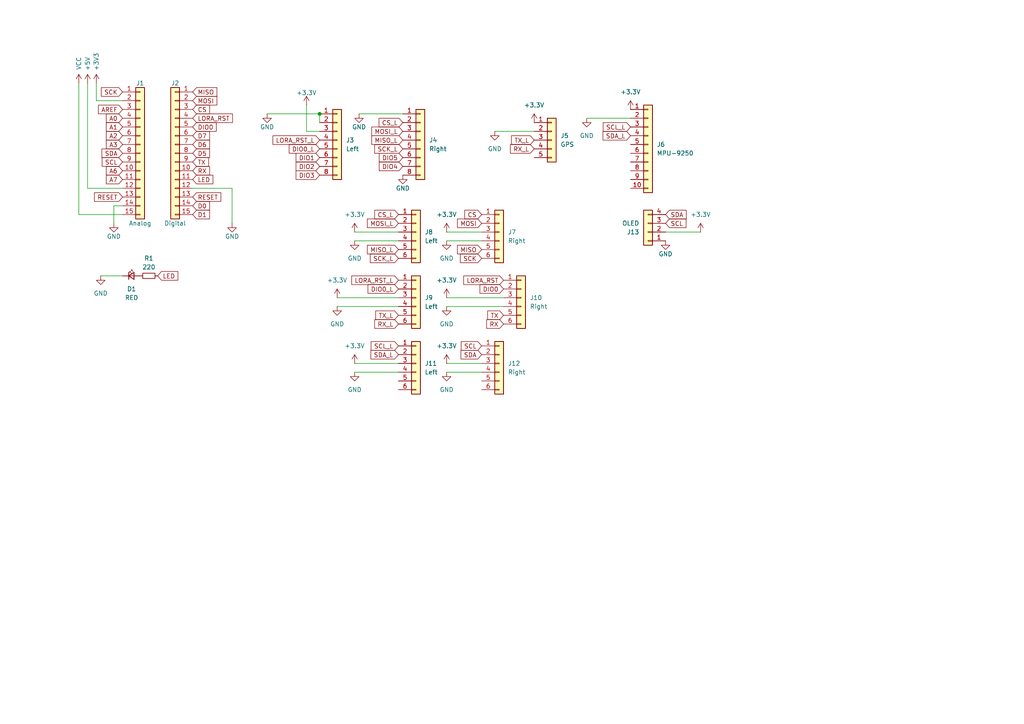
<source format=kicad_sch>
(kicad_sch (version 20231120) (generator "eeschema") (generator_version "8.0")
  (paper "A4")
  (title_block (date "sam. 04 avril 2015"))
  (lib_symbols
    (symbol "+3.3V_1" (power) (pin_numbers hide) (pin_names (offset 0) hide)
      (property "Value" "+3.3V" (at 0 3.556 0))
      (symbol "+3.3V_1_0_1"
        (polyline (pts (xy -0.762 1.27) (xy 0 2.54)))
        (polyline (pts (xy 0 0) (xy 0 2.54)))
        (polyline (pts (xy 0 2.54) (xy 0.762 1.27)))
      )
      (symbol "+3.3V_1_1_1"
        (pin power_in line (at 0 0 90) (length 0) (name "~") (number "1"))
      )
    )
    (symbol "+3.3V_2" (power) (pin_numbers hide) (pin_names (offset 0) hide)
      (property "Value" "+3.3V" (at 0 3.556 0))
      (symbol "+3.3V_2_0_1"
        (polyline (pts (xy -0.762 1.27) (xy 0 2.54)))
        (polyline (pts (xy 0 0) (xy 0 2.54)))
        (polyline (pts (xy 0 2.54) (xy 0.762 1.27)))
      )
      (symbol "+3.3V_2_1_1"
        (pin power_in line (at 0 0 90) (length 0) (name "~") (number "1"))
      )
    )
    (symbol "+3.3V_3" (power) (pin_numbers hide) (pin_names (offset 0) hide)
      (property "Value" "+3.3V" (at 0 3.556 0))
      (symbol "+3.3V_3_0_1"
        (polyline (pts (xy -0.762 1.27) (xy 0 2.54)))
        (polyline (pts (xy 0 0) (xy 0 2.54)))
        (polyline (pts (xy 0 2.54) (xy 0.762 1.27)))
      )
      (symbol "+3.3V_3_1_1"
        (pin power_in line (at 0 0 90) (length 0) (name "~") (number "1"))
      )
    )
    (symbol "+3.3V_4" (power) (pin_numbers hide) (pin_names (offset 0) hide)
      (property "Value" "+3.3V" (at 0 3.556 0))
      (symbol "+3.3V_4_0_1"
        (polyline (pts (xy -0.762 1.27) (xy 0 2.54)))
        (polyline (pts (xy 0 0) (xy 0 2.54)))
        (polyline (pts (xy 0 2.54) (xy 0.762 1.27)))
      )
      (symbol "+3.3V_4_1_1"
        (pin power_in line (at 0 0 90) (length 0) (name "~") (number "1"))
      )
    )
    (symbol "+3.3V_5" (power) (pin_numbers hide) (pin_names (offset 0) hide)
      (property "Value" "+3.3V" (at 0 3.556 0))
      (symbol "+3.3V_5_0_1"
        (polyline (pts (xy -0.762 1.27) (xy 0 2.54)))
        (polyline (pts (xy 0 0) (xy 0 2.54)))
        (polyline (pts (xy 0 2.54) (xy 0.762 1.27)))
      )
      (symbol "+3.3V_5_1_1"
        (pin power_in line (at 0 0 90) (length 0) (name "~") (number "1"))
      )
    )
    (symbol "Connector_Generic:Conn_01x04" (pin_names (offset 1.016) hide)
      (property "Reference" "J" (at 0 5.08 0))
      (property "Value" "Conn_01x04" (at 0 -7.62 0))
      (symbol "Conn_01x04_1_1"
        (rectangle (start -1.27 -4.953) (end 0 -5.207) (stroke (width 0.1524)))
        (rectangle (start -1.27 -2.413) (end 0 -2.667) (stroke (width 0.1524)))
        (rectangle (start -1.27 0.127) (end 0 -0.127) (stroke (width 0.1524)))
        (rectangle (start -1.27 2.667) (end 0 2.413) (stroke (width 0.1524)))
        (rectangle (start -1.27 3.81) (end 1.27 -6.35) (stroke (width 0.254)) (fill (type background)))
        (pin passive line (at -5.08 2.54 0) (length 3.81) (name "Pin_1") (number "1"))
        (pin passive line (at -5.08 0 0) (length 3.81) (name "Pin_2") (number "2"))
        (pin passive line (at -5.08 -2.54 0) (length 3.81) (name "Pin_3") (number "3"))
        (pin passive line (at -5.08 -5.08 0) (length 3.81) (name "Pin_4") (number "4"))
      )
    )
    (symbol "Connector_Generic:Conn_01x05" (pin_names (offset 1.016) hide)
      (property "Reference" "J" (at 0 7.62 0))
      (property "Value" "Conn_01x05" (at 0 -7.62 0))
      (symbol "Conn_01x05_1_1"
        (rectangle (start -1.27 -4.953) (end 0 -5.207) (stroke (width 0.1524)))
        (rectangle (start -1.27 -2.413) (end 0 -2.667) (stroke (width 0.1524)))
        (rectangle (start -1.27 0.127) (end 0 -0.127) (stroke (width 0.1524)))
        (rectangle (start -1.27 2.667) (end 0 2.413) (stroke (width 0.1524)))
        (rectangle (start -1.27 5.207) (end 0 4.953) (stroke (width 0.1524)))
        (rectangle (start -1.27 6.35) (end 1.27 -6.35) (stroke (width 0.254)) (fill (type background)))
        (pin passive line (at -5.08 5.08 0) (length 3.81) (name "Pin_1") (number "1"))
        (pin passive line (at -5.08 2.54 0) (length 3.81) (name "Pin_2") (number "2"))
        (pin passive line (at -5.08 0 0) (length 3.81) (name "Pin_3") (number "3"))
        (pin passive line (at -5.08 -2.54 0) (length 3.81) (name "Pin_4") (number "4"))
        (pin passive line (at -5.08 -5.08 0) (length 3.81) (name "Pin_5") (number "5"))
      )
    )
    (symbol "Connector_Generic:Conn_01x06" (pin_names (offset 1.016) hide)
      (property "Reference" "J" (at 0 7.62 0))
      (property "Value" "Conn_01x06" (at 0 -10.16 0))
      (symbol "Conn_01x06_1_1"
        (rectangle (start -1.27 -7.493) (end 0 -7.747) (stroke (width 0.1524)))
        (rectangle (start -1.27 -4.953) (end 0 -5.207) (stroke (width 0.1524)))
        (rectangle (start -1.27 -2.413) (end 0 -2.667) (stroke (width 0.1524)))
        (rectangle (start -1.27 0.127) (end 0 -0.127) (stroke (width 0.1524)))
        (rectangle (start -1.27 2.667) (end 0 2.413) (stroke (width 0.1524)))
        (rectangle (start -1.27 5.207) (end 0 4.953) (stroke (width 0.1524)))
        (rectangle (start -1.27 6.35) (end 1.27 -8.89) (stroke (width 0.254)) (fill (type background)))
        (pin passive line (at -5.08 5.08 0) (length 3.81) (name "Pin_1") (number "1"))
        (pin passive line (at -5.08 2.54 0) (length 3.81) (name "Pin_2") (number "2"))
        (pin passive line (at -5.08 0 0) (length 3.81) (name "Pin_3") (number "3"))
        (pin passive line (at -5.08 -2.54 0) (length 3.81) (name "Pin_4") (number "4"))
        (pin passive line (at -5.08 -5.08 0) (length 3.81) (name "Pin_5") (number "5"))
        (pin passive line (at -5.08 -7.62 0) (length 3.81) (name "Pin_6") (number "6"))
      )
    )
    (symbol "Connector_Generic:Conn_01x08" (pin_names (offset 1.016) hide)
      (property "Reference" "J" (at 0 10.16 0))
      (property "Value" "Conn_01x08" (at 0 -12.7 0))
      (symbol "Conn_01x08_1_1"
        (rectangle (start -1.27 -10.033) (end 0 -10.287) (stroke (width 0.1524)))
        (rectangle (start -1.27 -7.493) (end 0 -7.747) (stroke (width 0.1524)))
        (rectangle (start -1.27 -4.953) (end 0 -5.207) (stroke (width 0.1524)))
        (rectangle (start -1.27 -2.413) (end 0 -2.667) (stroke (width 0.1524)))
        (rectangle (start -1.27 0.127) (end 0 -0.127) (stroke (width 0.1524)))
        (rectangle (start -1.27 2.667) (end 0 2.413) (stroke (width 0.1524)))
        (rectangle (start -1.27 5.207) (end 0 4.953) (stroke (width 0.1524)))
        (rectangle (start -1.27 7.747) (end 0 7.493) (stroke (width 0.1524)))
        (rectangle (start -1.27 8.89) (end 1.27 -11.43) (stroke (width 0.254)) (fill (type background)))
        (pin passive line (at -5.08 7.62 0) (length 3.81) (name "Pin_1") (number "1"))
        (pin passive line (at -5.08 5.08 0) (length 3.81) (name "Pin_2") (number "2"))
        (pin passive line (at -5.08 2.54 0) (length 3.81) (name "Pin_3") (number "3"))
        (pin passive line (at -5.08 0 0) (length 3.81) (name "Pin_4") (number "4"))
        (pin passive line (at -5.08 -2.54 0) (length 3.81) (name "Pin_5") (number "5"))
        (pin passive line (at -5.08 -5.08 0) (length 3.81) (name "Pin_6") (number "6"))
        (pin passive line (at -5.08 -7.62 0) (length 3.81) (name "Pin_7") (number "7"))
        (pin passive line (at -5.08 -10.16 0) (length 3.81) (name "Pin_8") (number "8"))
      )
    )
    (symbol "Connector_Generic:Conn_01x10" (pin_names (offset 1.016) hide)
      (property "Reference" "J" (at 0 12.7 0))
      (property "Value" "Conn_01x10" (at 0 -15.24 0))
      (symbol "Conn_01x10_1_1"
        (rectangle (start -1.27 -12.573) (end 0 -12.827) (stroke (width 0.1524)))
        (rectangle (start -1.27 -10.033) (end 0 -10.287) (stroke (width 0.1524)))
        (rectangle (start -1.27 -7.493) (end 0 -7.747) (stroke (width 0.1524)))
        (rectangle (start -1.27 -4.953) (end 0 -5.207) (stroke (width 0.1524)))
        (rectangle (start -1.27 -2.413) (end 0 -2.667) (stroke (width 0.1524)))
        (rectangle (start -1.27 0.127) (end 0 -0.127) (stroke (width 0.1524)))
        (rectangle (start -1.27 2.667) (end 0 2.413) (stroke (width 0.1524)))
        (rectangle (start -1.27 5.207) (end 0 4.953) (stroke (width 0.1524)))
        (rectangle (start -1.27 7.747) (end 0 7.493) (stroke (width 0.1524)))
        (rectangle (start -1.27 10.287) (end 0 10.033) (stroke (width 0.1524)))
        (rectangle (start -1.27 11.43) (end 1.27 -13.97) (stroke (width 0.254)) (fill (type background)))
        (pin passive line (at -5.08 10.16 0) (length 3.81) (name "Pin_1") (number "1"))
        (pin passive line (at -5.08 -12.7 0) (length 3.81) (name "Pin_10") (number "10"))
        (pin passive line (at -5.08 7.62 0) (length 3.81) (name "Pin_2") (number "2"))
        (pin passive line (at -5.08 5.08 0) (length 3.81) (name "Pin_3") (number "3"))
        (pin passive line (at -5.08 2.54 0) (length 3.81) (name "Pin_4") (number "4"))
        (pin passive line (at -5.08 0 0) (length 3.81) (name "Pin_5") (number "5"))
        (pin passive line (at -5.08 -2.54 0) (length 3.81) (name "Pin_6") (number "6"))
        (pin passive line (at -5.08 -5.08 0) (length 3.81) (name "Pin_7") (number "7"))
        (pin passive line (at -5.08 -7.62 0) (length 3.81) (name "Pin_8") (number "8"))
        (pin passive line (at -5.08 -10.16 0) (length 3.81) (name "Pin_9") (number "9"))
      )
    )
    (symbol "Connector_Generic:Conn_01x15" (pin_names (offset 1.016) hide)
      (property "Reference" "J" (at 0 20.32 0))
      (property "Value" "Conn_01x15" (at 0 -20.32 0))
      (symbol "Conn_01x15_1_1"
        (rectangle (start -1.27 -17.653) (end 0 -17.907) (stroke (width 0.1524)))
        (rectangle (start -1.27 -15.113) (end 0 -15.367) (stroke (width 0.1524)))
        (rectangle (start -1.27 -12.573) (end 0 -12.827) (stroke (width 0.1524)))
        (rectangle (start -1.27 -10.033) (end 0 -10.287) (stroke (width 0.1524)))
        (rectangle (start -1.27 -7.493) (end 0 -7.747) (stroke (width 0.1524)))
        (rectangle (start -1.27 -4.953) (end 0 -5.207) (stroke (width 0.1524)))
        (rectangle (start -1.27 -2.413) (end 0 -2.667) (stroke (width 0.1524)))
        (rectangle (start -1.27 0.127) (end 0 -0.127) (stroke (width 0.1524)))
        (rectangle (start -1.27 2.667) (end 0 2.413) (stroke (width 0.1524)))
        (rectangle (start -1.27 5.207) (end 0 4.953) (stroke (width 0.1524)))
        (rectangle (start -1.27 7.747) (end 0 7.493) (stroke (width 0.1524)))
        (rectangle (start -1.27 10.287) (end 0 10.033) (stroke (width 0.1524)))
        (rectangle (start -1.27 12.827) (end 0 12.573) (stroke (width 0.1524)))
        (rectangle (start -1.27 15.367) (end 0 15.113) (stroke (width 0.1524)))
        (rectangle (start -1.27 17.907) (end 0 17.653) (stroke (width 0.1524)))
        (rectangle (start -1.27 19.05) (end 1.27 -19.05) (stroke (width 0.254)) (fill (type background)))
        (pin passive line (at -5.08 17.78 0) (length 3.81) (name "Pin_1") (number "1"))
        (pin passive line (at -5.08 -5.08 0) (length 3.81) (name "Pin_10") (number "10"))
        (pin passive line (at -5.08 -7.62 0) (length 3.81) (name "Pin_11") (number "11"))
        (pin passive line (at -5.08 -10.16 0) (length 3.81) (name "Pin_12") (number "12"))
        (pin passive line (at -5.08 -12.7 0) (length 3.81) (name "Pin_13") (number "13"))
        (pin passive line (at -5.08 -15.24 0) (length 3.81) (name "Pin_14") (number "14"))
        (pin passive line (at -5.08 -17.78 0) (length 3.81) (name "Pin_15") (number "15"))
        (pin passive line (at -5.08 15.24 0) (length 3.81) (name "Pin_2") (number "2"))
        (pin passive line (at -5.08 12.7 0) (length 3.81) (name "Pin_3") (number "3"))
        (pin passive line (at -5.08 10.16 0) (length 3.81) (name "Pin_4") (number "4"))
        (pin passive line (at -5.08 7.62 0) (length 3.81) (name "Pin_5") (number "5"))
        (pin passive line (at -5.08 5.08 0) (length 3.81) (name "Pin_6") (number "6"))
        (pin passive line (at -5.08 2.54 0) (length 3.81) (name "Pin_7") (number "7"))
        (pin passive line (at -5.08 0 0) (length 3.81) (name "Pin_8") (number "8"))
        (pin passive line (at -5.08 -2.54 0) (length 3.81) (name "Pin_9") (number "9"))
      )
    )
    (symbol "Device:LED_Small" (pin_numbers hide) (pin_names (offset 0.254) hide)
      (property "Reference" "D" (at -1.27 3.175 0))
      (property "Value" "LED_Small" (at -4.445 -2.54 0))
      (symbol "LED_Small_0_1"
        (polyline (pts (xy -0.762 -1.016) (xy -0.762 1.016)) (stroke (width 0.254)))
        (polyline (pts (xy 1.016 0) (xy -0.762 0)))
        (polyline (pts (xy 0.762 -1.016) (xy -0.762 0) (xy 0.762 1.016) (xy 0.762 -1.016)) (stroke (width 0.254)))
        (polyline (pts (xy 0 0.762) (xy -0.508 1.27) (xy -0.254 1.27) (xy -0.508 1.27) (xy -0.508 1.016)))
        (polyline (pts (xy 0.508 1.27) (xy 0 1.778) (xy 0.254 1.778) (xy 0 1.778) (xy 0 1.524)))
      )
      (symbol "LED_Small_1_1"
        (pin passive line (at -2.54 0 0) (length 1.778) (name "K") (number "1"))
        (pin passive line (at 2.54 0 180) (length 1.778) (name "A") (number "2"))
      )
    )
    (symbol "Device:R_Small" (pin_numbers hide) (pin_names (offset 0.254) hide)
      (property "Reference" "R" (at 0.762 0.508 0))
      (property "Value" "R_Small" (at 0.762 -1.016 0))
      (symbol "R_Small_0_1"
        (rectangle (start -0.762 1.778) (end 0.762 -1.778) (stroke (width 0.2032)))
      )
      (symbol "R_Small_1_1"
        (pin passive line (at 0 2.54 270) (length 0.762) (name "~") (number "1"))
        (pin passive line (at 0 -2.54 90) (length 0.762) (name "~") (number "2"))
      )
    )
    (symbol "GND_1" (power) (pin_numbers hide) (pin_names (offset 0) hide)
      (property "Value" "GND" (at 0 -3.81 0))
      (symbol "GND_1_0_1"
        (polyline (pts (xy 0 0) (xy 0 -1.27) (xy 1.27 -1.27) (xy 0 -2.54) (xy -1.27 -1.27) (xy 0 -1.27)))
      )
      (symbol "GND_1_1_1"
        (pin power_in line (at 0 0 270) (length 0) (name "~") (number "1"))
      )
    )
    (symbol "GND_2" (power) (pin_numbers hide) (pin_names (offset 0) hide)
      (property "Value" "GND" (at 0 -3.81 0))
      (symbol "GND_2_0_1"
        (polyline (pts (xy 0 0) (xy 0 -1.27) (xy 1.27 -1.27) (xy 0 -2.54) (xy -1.27 -1.27) (xy 0 -1.27)))
      )
      (symbol "GND_2_1_1"
        (pin power_in line (at 0 0 270) (length 0) (name "~") (number "1"))
      )
    )
    (symbol "GND_3" (power) (pin_numbers hide) (pin_names (offset 0) hide)
      (property "Value" "GND" (at 0 -3.81 0))
      (symbol "GND_3_0_1"
        (polyline (pts (xy 0 0) (xy 0 -1.27) (xy 1.27 -1.27) (xy 0 -2.54) (xy -1.27 -1.27) (xy 0 -1.27)))
      )
      (symbol "GND_3_1_1"
        (pin power_in line (at 0 0 270) (length 0) (name "~") (number "1"))
      )
    )
    (symbol "power:+3.3V" (power) (pin_names (offset 0))
      (property "Value" "+3.3V" (at 0 3.556 0))
      (symbol "+3.3V_0_1"
        (polyline (pts (xy -0.762 1.27) (xy 0 2.54)))
        (polyline (pts (xy 0 0) (xy 0 2.54)))
        (polyline (pts (xy 0 2.54) (xy 0.762 1.27)))
      )
      (symbol "+3.3V_1_1"
        (pin power_in line (at 0 0 90) (length 0) hide (name "+3V3") (number "1"))
      )
    )
    (symbol "power:+5V" (power) (pin_names (offset 0))
      (property "Value" "+5V" (at 0 3.556 0))
      (symbol "+5V_0_1"
        (polyline (pts (xy -0.762 1.27) (xy 0 2.54)))
        (polyline (pts (xy 0 0) (xy 0 2.54)))
        (polyline (pts (xy 0 2.54) (xy 0.762 1.27)))
      )
      (symbol "+5V_1_1"
        (pin power_in line (at 0 0 90) (length 0) hide (name "+5V") (number "1"))
      )
    )
    (symbol "power:GND" (power) (pin_names (offset 0))
      (property "Value" "GND" (at 0 -3.81 0))
      (symbol "GND_0_1"
        (polyline (pts (xy 0 0) (xy 0 -1.27) (xy 1.27 -1.27) (xy 0 -2.54) (xy -1.27 -1.27) (xy 0 -1.27)))
      )
      (symbol "GND_1_1"
        (pin power_in line (at 0 0 270) (length 0) hide (name "GND") (number "1"))
      )
    )
    (symbol "power:VCC" (power) (pin_names (offset 0))
      (property "Value" "VCC" (at 0 3.81 0))
      (symbol "VCC_0_1"
        (polyline (pts (xy -0.762 1.27) (xy 0 2.54)))
        (polyline (pts (xy 0 0) (xy 0 2.54)))
        (polyline (pts (xy 0 2.54) (xy 0.762 1.27)))
      )
      (symbol "VCC_1_1"
        (pin power_in line (at 0 0 90) (length 0) hide (name "VCC") (number "1"))
      )
    )
  )
  (junction (at 92.71 33.02))
  (wire (pts (xy 35.56 29.21) (xy 27.94 29.21)))
  (wire (pts (xy 29.21 80.01) (xy 35.56 80.01)))
  (wire (pts (xy 129.54 105.41) (xy 139.7 105.41)))
  (wire (pts (xy 170.18 34.29) (xy 182.88 34.29)))
  (wire (pts (xy 25.4 24.13) (xy 25.4 54.61)))
  (wire (pts (xy 35.56 54.61) (xy 25.4 54.61)))
  (wire (pts (xy 129.54 88.9) (xy 146.05 88.9)))
  (wire (pts (xy 102.87 67.31) (xy 115.57 67.31)))
  (wire (pts (xy 102.87 107.95) (xy 115.57 107.95)))
  (wire (pts (xy 97.79 86.36) (xy 115.57 86.36)))
  (wire (pts (xy 143.51 38.1) (xy 154.94 38.1)))
  (wire (pts (xy 88.9 38.1) (xy 88.9 30.48)))
  (wire (pts (xy 104.14 33.02) (xy 116.84 33.02)))
  (wire (pts (xy 27.94 24.13) (xy 27.94 29.21)))
  (wire (pts (xy 55.88 54.61) (xy 67.31 54.61)))
  (wire (pts (xy 22.86 24.13) (xy 22.86 62.23)))
  (wire (pts (xy 35.56 62.23) (xy 22.86 62.23)))
  (wire (pts (xy 129.54 69.85) (xy 139.7 69.85)))
  (wire (pts (xy 102.87 69.85) (xy 115.57 69.85)))
  (wire (pts (xy 77.47 33.02) (xy 92.71 33.02)))
  (wire (pts (xy 97.79 88.9) (xy 115.57 88.9)))
  (wire (pts (xy 193.04 67.31) (xy 203.2 67.31)))
  (wire (pts (xy 129.54 107.95) (xy 139.7 107.95)))
  (wire (pts (xy 129.54 86.36) (xy 146.05 86.36)))
  (wire (pts (xy 102.87 105.41) (xy 115.57 105.41)))
  (wire (pts (xy 92.71 38.1) (xy 88.9 38.1)))
  (wire (pts (xy 67.31 54.61) (xy 67.31 64.77)))
  (wire (pts (xy 92.71 33.02) (xy 92.71 35.56)))
  (wire (pts (xy 129.54 67.31) (xy 139.7 67.31)))
  (wire (pts (xy 33.02 59.69) (xy 33.02 64.77)))
  (wire (pts (xy 35.56 59.69) (xy 33.02 59.69)))
  (global_label "SDA" (shape input) (at 35.56 44.45 180) (property "Intersheetrefs" "${INTERSHEET_REFS}" (effects (hide yes))))
  (global_label "A1" (shape input) (at 35.56 36.83 180) (property "Intersheetrefs" "${INTERSHEET_REFS}" (effects (hide yes))))
  (global_label "DIO5" (shape input) (at 116.84 45.72 180) (property "Intersheetrefs" "${INTERSHEET_REFS}" (effects (hide yes))))
  (global_label "SCL" (shape input) (at 193.04 64.77 0) (property "Intersheetrefs" "${INTERSHEET_REFS}" (effects (hide yes))))
  (global_label "D1" (shape input) (at 55.88 62.23 0) (property "Intersheetrefs" "${INTERSHEET_REFS}" (effects (hide yes))))
  (global_label "LED" (shape input) (at 55.88 52.07 0) (property "Intersheetrefs" "${INTERSHEET_REFS}" (effects (hide yes))))
  (global_label "D5" (shape input) (at 55.88 44.45 0) (property "Intersheetrefs" "${INTERSHEET_REFS}" (effects (hide yes))))
  (global_label "DIO1" (shape input) (at 92.71 45.72 180) (property "Intersheetrefs" "${INTERSHEET_REFS}" (effects (hide yes))))
  (global_label "A0" (shape input) (at 35.56 34.29 180) (property "Intersheetrefs" "${INTERSHEET_REFS}" (effects (hide yes))))
  (global_label "SCK_L" (shape input) (at 116.84 43.18 180) (property "Intersheetrefs" "${INTERSHEET_REFS}" (effects (hide yes))))
  (global_label "RX" (shape input) (at 55.88 49.53 0) (property "Intersheetrefs" "${INTERSHEET_REFS}" (effects (hide yes))))
  (global_label "LORA_RST_L" (shape input) (at 92.71 40.64 180) (property "Intersheetrefs" "${INTERSHEET_REFS}" (effects (hide yes))))
  (global_label "MISO_L" (shape input) (at 116.84 40.64 180) (property "Intersheetrefs" "${INTERSHEET_REFS}" (effects (hide yes))))
  (global_label "MOSI_L" (shape input) (at 115.57 64.77 180) (property "Intersheetrefs" "${INTERSHEET_REFS}" (effects (hide yes))))
  (global_label "SDA_L" (shape input) (at 115.57 102.87 180) (property "Intersheetrefs" "${INTERSHEET_REFS}" (effects (hide yes))))
  (global_label "MOSI" (shape input) (at 139.7 64.77 180) (property "Intersheetrefs" "${INTERSHEET_REFS}" (effects (hide yes))))
  (global_label "RX_L" (shape input) (at 115.57 93.98 180) (property "Intersheetrefs" "${INTERSHEET_REFS}" (effects (hide yes))))
  (global_label "MOSI_L" (shape input) (at 116.84 38.1 180) (property "Intersheetrefs" "${INTERSHEET_REFS}" (effects (hide yes))))
  (global_label "RX_L" (shape input) (at 154.94 43.18 180) (property "Intersheetrefs" "${INTERSHEET_REFS}" (effects (hide yes))))
  (global_label "RESET" (shape input) (at 55.88 57.15 0) (property "Intersheetrefs" "${INTERSHEET_REFS}" (effects (hide yes))))
  (global_label "DIO0_L" (shape input) (at 92.71 43.18 180) (property "Intersheetrefs" "${INTERSHEET_REFS}" (effects (hide yes))))
  (global_label "LORA_RST" (shape input) (at 146.05 81.28 180) (property "Intersheetrefs" "${INTERSHEET_REFS}" (effects (hide yes))))
  (global_label "MISO" (shape input) (at 55.88 26.67 0) (property "Intersheetrefs" "${INTERSHEET_REFS}" (effects (hide yes))))
  (global_label "DIO0" (shape input) (at 55.88 36.83 0) (property "Intersheetrefs" "${INTERSHEET_REFS}" (effects (hide yes))))
  (global_label "TX" (shape input) (at 55.88 46.99 0) (property "Intersheetrefs" "${INTERSHEET_REFS}" (effects (hide yes))))
  (global_label "LORA_RST_L" (shape input) (at 115.57 81.28 180) (property "Intersheetrefs" "${INTERSHEET_REFS}" (effects (hide yes))))
  (global_label "SDA" (shape input) (at 139.7 102.87 180) (property "Intersheetrefs" "${INTERSHEET_REFS}" (effects (hide yes))))
  (global_label "LED" (shape input) (at 45.72 80.01 0) (property "Intersheetrefs" "${INTERSHEET_REFS}" (effects (hide yes))))
  (global_label "A7" (shape input) (at 35.56 52.07 180) (property "Intersheetrefs" "${INTERSHEET_REFS}" (effects (hide yes))))
  (global_label "CS_L" (shape input) (at 116.84 35.56 180) (property "Intersheetrefs" "${INTERSHEET_REFS}" (effects (hide yes))))
  (global_label "SCK" (shape input) (at 35.56 26.67 180) (property "Intersheetrefs" "${INTERSHEET_REFS}" (effects (hide yes))))
  (global_label "D6" (shape input) (at 55.88 41.91 0) (property "Intersheetrefs" "${INTERSHEET_REFS}" (effects (hide yes))))
  (global_label "CS" (shape input) (at 55.88 31.75 0) (property "Intersheetrefs" "${INTERSHEET_REFS}" (effects (hide yes))))
  (global_label "MISO" (shape input) (at 139.7 72.39 180) (property "Intersheetrefs" "${INTERSHEET_REFS}" (effects (hide yes))))
  (global_label "RESET" (shape input) (at 35.56 57.15 180) (property "Intersheetrefs" "${INTERSHEET_REFS}" (effects (hide yes))))
  (global_label "DIO4" (shape input) (at 116.84 48.26 180) (property "Intersheetrefs" "${INTERSHEET_REFS}" (effects (hide yes))))
  (global_label "DIO0_L" (shape input) (at 115.57 83.82 180) (property "Intersheetrefs" "${INTERSHEET_REFS}" (effects (hide yes))))
  (global_label "MISO_L" (shape input) (at 115.57 72.39 180) (property "Intersheetrefs" "${INTERSHEET_REFS}" (effects (hide yes))))
  (global_label "TX_L" (shape input) (at 115.57 91.44 180) (property "Intersheetrefs" "${INTERSHEET_REFS}" (effects (hide yes))))
  (global_label "D7" (shape input) (at 55.88 39.37 0) (property "Intersheetrefs" "${INTERSHEET_REFS}" (effects (hide yes))))
  (global_label "SDA_L" (shape input) (at 182.88 39.37 180) (property "Intersheetrefs" "${INTERSHEET_REFS}" (effects (hide yes))))
  (global_label "AREF" (shape input) (at 35.56 31.75 180) (property "Intersheetrefs" "${INTERSHEET_REFS}" (effects (hide yes))))
  (global_label "CS" (shape input) (at 139.7 62.23 180) (property "Intersheetrefs" "${INTERSHEET_REFS}" (effects (hide yes))))
  (global_label "A3" (shape input) (at 35.56 41.91 180) (property "Intersheetrefs" "${INTERSHEET_REFS}" (effects (hide yes))))
  (global_label "A6" (shape input) (at 35.56 49.53 180) (property "Intersheetrefs" "${INTERSHEET_REFS}" (effects (hide yes))))
  (global_label "RX" (shape input) (at 146.05 93.98 180) (property "Intersheetrefs" "${INTERSHEET_REFS}" (effects (hide yes))))
  (global_label "D0" (shape input) (at 55.88 59.69 0) (property "Intersheetrefs" "${INTERSHEET_REFS}" (effects (hide yes))))
  (global_label "SCL_L" (shape input) (at 182.88 36.83 180) (property "Intersheetrefs" "${INTERSHEET_REFS}" (effects (hide yes))))
  (global_label "SCK" (shape input) (at 139.7 74.93 180) (property "Intersheetrefs" "${INTERSHEET_REFS}" (effects (hide yes))))
  (global_label "DIO3" (shape input) (at 92.71 50.8 180) (property "Intersheetrefs" "${INTERSHEET_REFS}" (effects (hide yes))))
  (global_label "DIO2" (shape input) (at 92.71 48.26 180) (property "Intersheetrefs" "${INTERSHEET_REFS}" (effects (hide yes))))
  (global_label "CS_L" (shape input) (at 115.57 62.23 180) (property "Intersheetrefs" "${INTERSHEET_REFS}" (effects (hide yes))))
  (global_label "MOSI" (shape input) (at 55.88 29.21 0) (property "Intersheetrefs" "${INTERSHEET_REFS}" (effects (hide yes))))
  (global_label "SCL_L" (shape input) (at 115.57 100.33 180) (property "Intersheetrefs" "${INTERSHEET_REFS}" (effects (hide yes))))
  (global_label "DIO0" (shape input) (at 146.05 83.82 180) (property "Intersheetrefs" "${INTERSHEET_REFS}" (effects (hide yes))))
  (global_label "SCL" (shape input) (at 35.56 46.99 180) (property "Intersheetrefs" "${INTERSHEET_REFS}" (effects (hide yes))))
  (global_label "SDA" (shape input) (at 193.04 62.23 0) (property "Intersheetrefs" "${INTERSHEET_REFS}" (effects (hide yes))))
  (global_label "A2" (shape input) (at 35.56 39.37 180) (property "Intersheetrefs" "${INTERSHEET_REFS}" (effects (hide yes))))
  (global_label "TX_L" (shape input) (at 154.94 40.64 180) (property "Intersheetrefs" "${INTERSHEET_REFS}" (effects (hide yes))))
  (global_label "LORA_RST" (shape input) (at 55.88 34.29 0) (property "Intersheetrefs" "${INTERSHEET_REFS}" (effects (hide yes))))
  (global_label "SCK_L" (shape input) (at 115.57 74.93 180) (property "Intersheetrefs" "${INTERSHEET_REFS}" (effects (hide yes))))
  (global_label "SCL" (shape input) (at 139.7 100.33 180) (property "Intersheetrefs" "${INTERSHEET_REFS}" (effects (hide yes))))
  (global_label "TX" (shape input) (at 146.05 91.44 180) (property "Intersheetrefs" "${INTERSHEET_REFS}" (effects (hide yes))))
  (symbol (lib_id "Connector_Generic:Conn_01x15") (at 40.64 44.45 0) (unit 1)
    (property "Reference" "J1" (at 40.64 24.13 0))
    (property "Value" "Analog" (at 40.64 64.77 0))
    (property "Footprint" "Connector_PinHeader_2.54mm:PinHeader_1x15_P2.54mm_Vertical" (effects (hide yes)))
  )
  (symbol (lib_id "Connector_Generic:Conn_01x15") (at 50.8 44.45 0) (mirror y) (unit 1)
    (property "Reference" "J2" (at 50.8 24.13 0))
    (property "Value" "Digital" (at 50.8 64.77 0))
    (property "Footprint" "Connector_PinHeader_2.54mm:PinHeader_1x15_P2.54mm_Vertical" (effects (hide yes)))
  )
  (symbol (lib_id "Connector_Generic:Conn_01x06") (at 151.13 86.36 0) (unit 1)
    (property "Reference" "J10" (at 153.67 86.3599 0) (effects (justify left)))
    (property "Value" "Right" (at 153.67 88.8999 0) (effects (justify left)))
    (property "Description" "Generic connector, single row, 01x06, script generated (kicad-library-utils/schlib/autogen/connector/)" (effects (hide yes)))
  )
  (symbol (lib_name "+3.3V_1") (lib_id "power:+3.3V") (at 88.9 30.48 0) (unit 1)
    (property "Reference" "#PWR02" (effects (hide yes)))
    (property "Value" "+3.3V" (at 88.9 26.924 0))
    (property "Description" "Power symbol creates a global label with name \"+3.3V\"" (effects (hide yes)))
  )
  (symbol (lib_name "GND_2") (lib_id "power:GND") (at 29.21 80.01 0) (unit 1)
    (property "Reference" "#PWR021" (effects (hide yes)))
    (property "Value" "GND" (at 29.21 85.09 0))
    (property "Description" "Power symbol creates a global label with name \"GND\" , ground" (effects (hide yes)))
  )
  (symbol (lib_id "power:GND") (at 129.54 107.95 0) (unit 1)
    (property "Reference" "#PWR020" (effects (hide yes)))
    (property "Value" "GND" (at 129.54 113.03 0))
  )
  (symbol (lib_name "+3.3V_4") (lib_id "power:+3.3V") (at 97.79 86.36 0) (unit 1)
    (property "Reference" "#PWR013" (effects (hide yes)))
    (property "Value" "+3.3V" (at 97.79 81.28 0))
    (property "Description" "Power symbol creates a global label with name \"+3.3V\"" (effects (hide yes)))
  )
  (symbol (lib_id "Connector_Generic:Conn_01x04") (at 187.96 67.31 180) (unit 1)
    (property "Reference" "J13" (at 185.42 67.3101 0) (effects (justify left)))
    (property "Value" "OLED" (at 185.42 64.7701 0) (effects (justify left)))
    (property "Description" "Generic connector, single row, 01x04, script generated (kicad-library-utils/schlib/autogen/connector/)" (effects (hide yes)))
  )
  (symbol (lib_id "Connector_Generic:Conn_01x06") (at 144.78 105.41 0) (unit 1)
    (property "Reference" "J12" (at 147.32 105.4099 0) (effects (justify left)))
    (property "Value" "Right" (at 147.32 107.9499 0) (effects (justify left)))
    (property "Description" "Generic connector, single row, 01x06, script generated (kicad-library-utils/schlib/autogen/connector/)" (effects (hide yes)))
  )
  (symbol (lib_name "+3.3V_4") (lib_id "power:+3.3V") (at 102.87 67.31 0) (unit 1)
    (property "Reference" "#PWR09" (effects (hide yes)))
    (property "Value" "+3.3V" (at 102.87 62.23 0))
    (property "Description" "Power symbol creates a global label with name \"+3.3V\"" (effects (hide yes)))
  )
  (symbol (lib_name "+3.3V_4") (lib_id "power:+3.3V") (at 102.87 105.41 0) (unit 1)
    (property "Reference" "#PWR017" (effects (hide yes)))
    (property "Value" "+3.3V" (at 102.87 100.33 0))
    (property "Description" "Power symbol creates a global label with name \"+3.3V\"" (effects (hide yes)))
  )
  (symbol (lib_id "Connector_Generic:Conn_01x10") (at 187.96 41.91 0) (unit 1)
    (property "Reference" "J6" (at 190.5 41.9099 0) (effects (justify left)))
    (property "Value" "MPU-9250" (at 190.5 44.4499 0) (effects (justify left)))
    (property "Description" "Generic connector, single row, 01x10, script generated (kicad-library-utils/schlib/autogen/connector/)" (effects (hide yes)))
  )
  (symbol (lib_id "Connector_Generic:Conn_01x06") (at 120.65 86.36 0) (unit 1)
    (property "Reference" "J9" (at 123.19 86.3599 0) (effects (justify left)))
    (property "Value" "Left" (at 123.19 88.8999 0) (effects (justify left)))
    (property "Description" "Generic connector, single row, 01x06, script generated (kicad-library-utils/schlib/autogen/connector/)" (effects (hide yes)))
  )
  (symbol (lib_name "+3.3V_2") (lib_id "power:+3.3V") (at 154.94 35.56 0) (unit 1)
    (property "Reference" "#PWR05" (effects (hide yes)))
    (property "Value" "+3.3V" (at 154.94 30.48 0))
    (property "Description" "Power symbol creates a global label with name \"+3.3V\"" (effects (hide yes)))
  )
  (symbol (lib_id "Connector_Generic:Conn_01x08") (at 121.92 40.64 0) (unit 1)
    (property "Reference" "J4" (at 124.46 40.6399 0) (effects (justify left)))
    (property "Value" "Right" (at 124.46 43.1799 0) (effects (justify left)))
    (property "Description" "Generic connector, single row, 01x08, script generated (kicad-library-utils/schlib/autogen/connector/)" (effects (hide yes)))
  )
  (symbol (lib_name "+3.3V_3") (lib_id "power:+3.3V") (at 182.88 31.75 0) (unit 1)
    (property "Reference" "#PWR07" (effects (hide yes)))
    (property "Value" "+3.3V" (at 182.88 26.67 0))
    (property "Description" "Power symbol creates a global label with name \"+3.3V\"" (effects (hide yes)))
  )
  (symbol (lib_id "power:+5V") (at 25.4 24.13 0) (unit 1)
    (property "Reference" "#PWR0103" (effects (hide yes)))
    (property "Value" "+5V" (at 25.4 20.574 90) (effects (justify left)))
  )
  (symbol (lib_id "power:+3.3V") (at 27.94 24.13 0) (unit 1)
    (property "Reference" "#PWR0102" (effects (hide yes)))
    (property "Value" "+3V3" (at 27.94 20.574 90) (effects (justify left)))
  )
  (symbol (lib_id "Connector_Generic:Conn_01x06") (at 120.65 67.31 0) (unit 1)
    (property "Reference" "J8" (at 123.19 67.3099 0) (effects (justify left)))
    (property "Value" "Left" (at 123.19 69.8499 0) (effects (justify left)))
    (property "Description" "Generic connector, single row, 01x06, script generated (kicad-library-utils/schlib/autogen/connector/)" (effects (hide yes)))
  )
  (symbol (lib_id "Device:R_Small") (at 43.18 80.01 90) (unit 1)
    (property "Reference" "R1" (at 43.18 74.93 90))
    (property "Value" "220" (at 43.18 77.47 90))
    (property "Description" "Resistor, small symbol" (effects (hide yes)))
  )
  (symbol (lib_id "power:VCC") (at 22.86 24.13 0) (unit 1)
    (property "Reference" "#PWR0101" (effects (hide yes)))
    (property "Value" "VCC" (at 22.86 20.32 90) (effects (justify left)))
  )
  (symbol (lib_id "power:GND") (at 77.47 33.02 0) (unit 1)
    (property "Reference" "#PWR01" (effects (hide yes)))
    (property "Value" "GND" (at 77.47 36.83 0))
  )
  (symbol (lib_name "+3.3V_4") (lib_id "power:+3.3V") (at 129.54 67.31 0) (unit 1)
    (property "Reference" "#PWR011" (effects (hide yes)))
    (property "Value" "+3.3V" (at 129.54 62.23 0))
    (property "Description" "Power symbol creates a global label with name \"+3.3V\"" (effects (hide yes)))
  )
  (symbol (lib_id "Connector_Generic:Conn_01x08") (at 97.79 40.64 0) (unit 1)
    (property "Reference" "J3" (at 100.33 40.6399 0) (effects (justify left)))
    (property "Value" "Left" (at 100.33 43.1799 0) (effects (justify left)))
    (property "Description" "Generic connector, single row, 01x08, script generated (kicad-library-utils/schlib/autogen/connector/)" (effects (hide yes)))
  )
  (symbol (lib_id "power:GND") (at 129.54 69.85 0) (unit 1)
    (property "Reference" "#PWR012" (effects (hide yes)))
    (property "Value" "GND" (at 129.54 74.93 0))
  )
  (symbol (lib_id "Device:LED_Small") (at 38.1 80.01 0) (unit 1)
    (property "Reference" "D1" (at 38.1635 83.82 0))
    (property "Value" "RED" (at 38.1635 86.36 0))
    (property "Description" "Light emitting diode, small symbol" (effects (hide yes)))
  )
  (symbol (lib_id "power:GND") (at 67.31 64.77 0) (unit 1)
    (property "Reference" "#PWR0105" (effects (hide yes)))
    (property "Value" "GND" (at 67.31 68.58 0))
  )
  (symbol (lib_id "Connector_Generic:Conn_01x06") (at 120.65 105.41 0) (unit 1)
    (property "Reference" "J11" (at 123.19 105.4099 0) (effects (justify left)))
    (property "Value" "Left" (at 123.19 107.9499 0) (effects (justify left)))
    (property "Description" "Generic connector, single row, 01x06, script generated (kicad-library-utils/schlib/autogen/connector/)" (effects (hide yes)))
  )
  (symbol (lib_id "power:GND") (at 97.79 88.9 0) (unit 1)
    (property "Reference" "#PWR015" (effects (hide yes)))
    (property "Value" "GND" (at 97.79 93.98 0))
  )
  (symbol (lib_name "GND_1") (lib_id "power:GND") (at 143.51 38.1 0) (unit 1)
    (property "Reference" "#PWR06" (effects (hide yes)))
    (property "Value" "GND" (at 143.51 43.18 0))
    (property "Description" "Power symbol creates a global label with name \"GND\" , ground" (effects (hide yes)))
  )
  (symbol (lib_name "+3.3V_5") (lib_id "power:+3.3V") (at 203.2 67.31 0) (unit 1)
    (property "Reference" "#PWR023" (effects (hide yes)))
    (property "Value" "+3.3V" (at 203.2 62.23 0))
    (property "Description" "Power symbol creates a global label with name \"+3.3V\"" (effects (hide yes)))
  )
  (symbol (lib_id "power:GND") (at 116.84 50.8 0) (unit 1)
    (property "Reference" "#PWR04" (effects (hide yes)))
    (property "Value" "GND" (at 116.84 54.61 0))
  )
  (symbol (lib_id "power:GND") (at 104.14 33.02 0) (unit 1)
    (property "Reference" "#PWR03" (effects (hide yes)))
    (property "Value" "GND" (at 104.14 36.83 0))
  )
  (symbol (lib_id "power:GND") (at 129.54 88.9 0) (unit 1)
    (property "Reference" "#PWR016" (effects (hide yes)))
    (property "Value" "GND" (at 129.54 93.98 0))
  )
  (symbol (lib_name "+3.3V_4") (lib_id "power:+3.3V") (at 129.54 86.36 0) (unit 1)
    (property "Reference" "#PWR014" (effects (hide yes)))
    (property "Value" "+3.3V" (at 129.54 81.28 0))
    (property "Description" "Power symbol creates a global label with name \"+3.3V\"" (effects (hide yes)))
  )
  (symbol (lib_id "Connector_Generic:Conn_01x05") (at 160.02 40.64 0) (unit 1)
    (property "Reference" "J5" (at 162.56 39.3699 0) (effects (justify left)))
    (property "Value" "GPS" (at 162.56 41.9099 0) (effects (justify left)))
    (property "Description" "Generic connector, single row, 01x05, script generated (kicad-library-utils/schlib/autogen/connector/)" (effects (hide yes)))
  )
  (symbol (lib_name "GND_1") (lib_id "power:GND") (at 170.18 34.29 0) (unit 1)
    (property "Reference" "#PWR08" (effects (hide yes)))
    (property "Value" "GND" (at 170.18 39.37 0))
    (property "Description" "Power symbol creates a global label with name \"GND\" , ground" (effects (hide yes)))
  )
  (symbol (lib_id "power:GND") (at 33.02 64.77 0) (unit 1)
    (property "Reference" "#PWR0104" (effects (hide yes)))
    (property "Value" "GND" (at 33.02 68.58 0))
  )
  (symbol (lib_id "Connector_Generic:Conn_01x06") (at 144.78 67.31 0) (unit 1)
    (property "Reference" "J7" (at 147.32 67.3099 0) (effects (justify left)))
    (property "Value" "Right" (at 147.32 69.8499 0) (effects (justify left)))
    (property "Description" "Generic connector, single row, 01x06, script generated (kicad-library-utils/schlib/autogen/connector/)" (effects (hide yes)))
  )
  (symbol (lib_name "GND_3") (lib_id "power:GND") (at 193.04 69.85 0) (unit 1)
    (property "Reference" "#PWR022" (effects (hide yes)))
    (property "Value" "GND" (at 193.04 73.66 0))
    (property "Description" "Power symbol creates a global label with name \"GND\" , ground" (effects (hide yes)))
  )
  (symbol (lib_id "power:GND") (at 102.87 69.85 0) (unit 1)
    (property "Reference" "#PWR010" (effects (hide yes)))
    (property "Value" "GND" (at 102.87 74.93 0))
  )
  (symbol (lib_name "+3.3V_4") (lib_id "power:+3.3V") (at 129.54 105.41 0) (unit 1)
    (property "Reference" "#PWR018" (effects (hide yes)))
    (property "Value" "+3.3V" (at 129.54 100.33 0))
    (property "Description" "Power symbol creates a global label with name \"+3.3V\"" (effects (hide yes)))
  )
  (symbol (lib_id "power:GND") (at 102.87 107.95 0) (unit 1)
    (property "Reference" "#PWR019" (effects (hide yes)))
    (property "Value" "GND" (at 102.87 113.03 0))
  )
)
</source>
